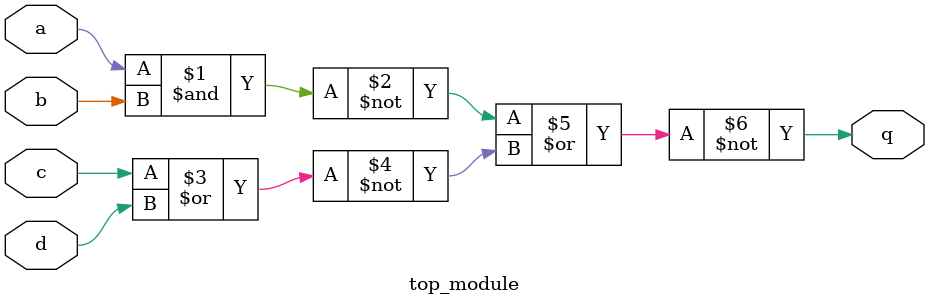
<source format=sv>
module top_module (
    input a, 
    input b, 
    input c, 
    input d,
    output q
);

    assign q = ~(~(a & b) | ~(c | d));

endmodule

</source>
